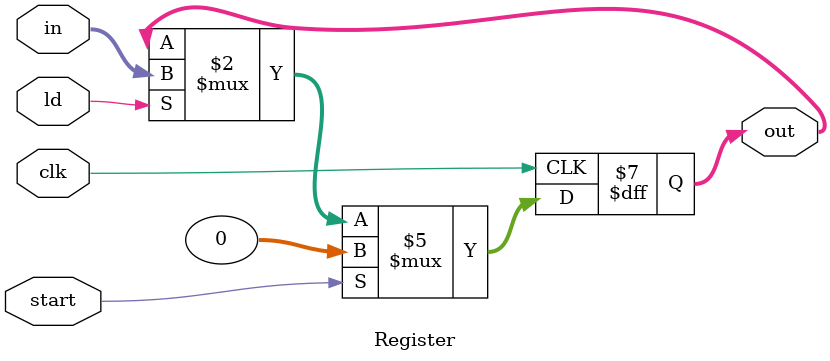
<source format=v>
`timescale 1ps/1ps
module Register(input ld, clk, start ,input[31:0] in, output reg [31:0]out);
	always@(posedge clk)begin:loop
	  if(start) out<=32'b00000000000000000000000000000000;
		else if(ld) out <= in;
		  
	end	 
endmodule
</source>
